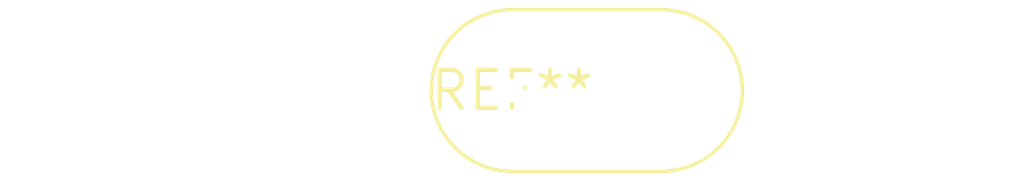
<source format=kicad_pcb>
(kicad_pcb (version 20240108) (generator pcbnew)
  (layers (0 "F.Cu" signal) (31 "B.Cu" signal) (34 "B.Paste" user) (35 "F.Paste" user) (36 "B.SilkS" user "B.Silkscreen") (37 "F.SilkS" user "F.Silkscreen") (38 "B.Mask" user) (39 "F.Mask" user) (44 "Edge.Cuts" user))
  (net 0 "")
  (footprint "Resonator-2Pin_W10.0mm_H5.0mm" (layer "F.Cu") (at 0 0)
    (property "Reference" "REF**")
    (property "Value" "Resonator-2Pin_W10.0mm_H5.0mm")
    (fp_line (start 0 -2.7) (end 5 -2.7) (layer "F.SilkS") (stroke (width 0.12)))
    (fp_line (start 0 2.7) (end 5 2.7) (layer "F.SilkS") (stroke (width 0.12)))
    (fp_arc (start 0 2.7) (mid -2.7 0) (end 0 -2.7) (layer "F.SilkS") (stroke (width 0.12)))
    (fp_arc (start 5 -2.7) (mid 7.7 0) (end 5 2.7) (layer "F.SilkS") (stroke (width 0.12)))
    (pad "1" thru_hole circle (at 0 0) (size 1.5 1.5) (drill 0.8) (layers *.Cu *.Mask) (remove_unused_layers))
    (pad "2" thru_hole circle (at 5 0) (size 1.5 1.5) (drill 0.8) (layers *.Cu *.Mask) (remove_unused_layers))
  )
)
</source>
